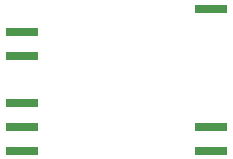
<source format=gbr>
G04 DipTrace 3.0.0.2*
G04 TopPaste.gbr*
%MOIN*%
G04 #@! TF.FileFunction,Paste,Top*
G04 #@! TF.Part,Single*
%ADD26R,0.110079X0.031339*%
%FSLAX26Y26*%
G04*
G70*
G90*
G75*
G01*
G04 TopPaste*
%LPD*%
D26*
X1204987Y950071D3*
Y556370D3*
Y477630D3*
X575066Y871331D3*
Y792591D3*
Y635110D3*
Y556370D3*
Y477630D3*
M02*

</source>
